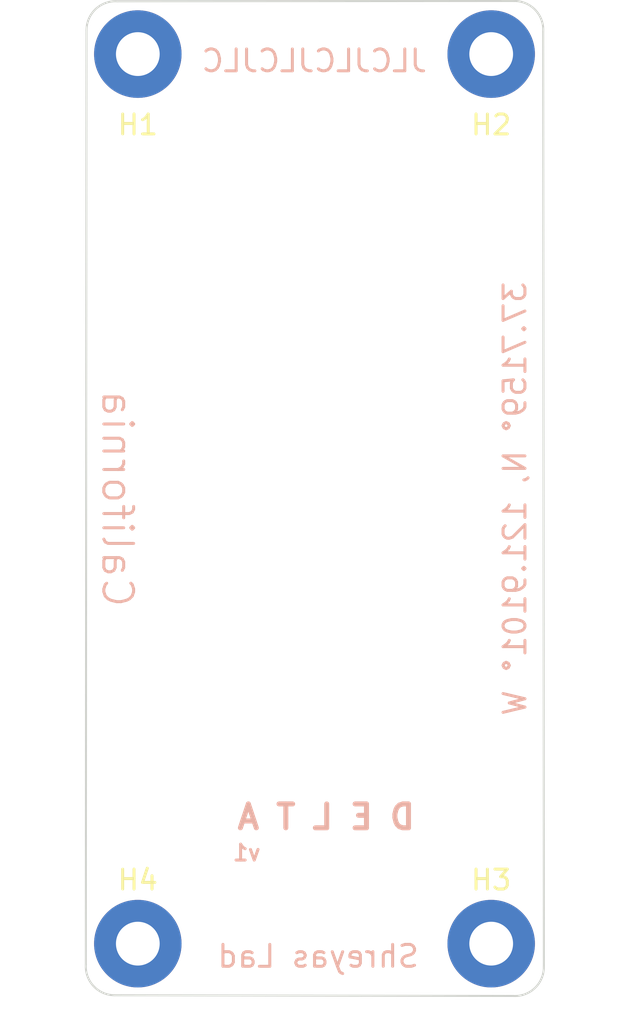
<source format=kicad_pcb>
(kicad_pcb (version 20211014) (generator pcbnew)
  (layers (0 "F.Cu" signal) (31 "B.Cu" signal) (34 "B.Paste" user) (35 "F.Paste" user) (36 "B.SilkS" user "B.Silkscreen") (37 "F.SilkS" user "F.Silkscreen") (38 "B.Mask" user) (39 "F.Mask" user) (44 "Edge.Cuts" user))
  (net 0 "")
  (net 3 "unconnected-(H3-Pad1)")
  (footprint "MountingHole:MountingHole_2.2mm_M2_Pad" (layer "F.Cu") (at 128.524 118.364)
    (fp_text reference "H4" (at 0 -3.2) (layer "F.SilkS"))
    (fp_text value "MountingHole_Pad")
    (pad "1" thru_hole circle (at 0 0) (size 4.4 4.4) (drill 2.2) (layers *.Cu *.Mask))
  )
  (footprint "MountingHole:MountingHole_2.2mm_M2_Pad" (layer "F.Cu") (at 146.304 73.66)
    (fp_text reference "H2" (at 0 3.556) (layer "F.SilkS"))
    (fp_text value "MountingHole_Pad")
    (pad "1" thru_hole circle (at 0 0) (size 4.4 4.4) (drill 2.2) (layers *.Cu *.Mask))
  )
  (footprint "MountingHole:MountingHole_2.2mm_M2_Pad" (layer "F.Cu") (at 128.524 73.66)
    (fp_text reference "H1" (at 0 3.556) (layer "F.SilkS"))
    (fp_text value "MountingHole_Pad")
    (pad "1" thru_hole circle (at 0 0) (size 4.4 4.4) (drill 2.2) (layers *.Cu *.Mask))
  )
  (footprint "MountingHole:MountingHole_2.2mm_M2_Pad" (layer "F.Cu") (at 146.304 118.364)
    (fp_text reference "H3" (at 0 -3.2) (layer "F.SilkS"))
    (fp_text value "MountingHole_Pad")
    (pad "1" thru_hole circle (at 0 0) (size 4.4 4.4) (drill 2.2) (layers *.Cu *.Mask) (net 3 "unconnected-(H3-Pad1)"))
  )
  (gr_line (start 148.954 119.540909) (end 148.92219 72.535094) (layer "Edge.Cuts") (width 0.1))
  (gr_arc (start 148.954 119.540909) (mid 148.496214 120.6) (end 147.41112 120.99219) (layer "Edge.Cuts") (width 0.1))
  (gr_arc (start 147.470909 70.992214) (mid 148.53 71.45) (end 148.92219 72.535094) (layer "Edge.Cuts") (width 0.1))
  (gr_line (start 127.359091 120.957786) (end 147.41112 120.99219) (layer "Edge.Cuts") (width 0.1))
  (gr_arc (start 125.942214 72.459091) (mid 126.4 71.4) (end 127.485094 71.00781) (layer "Edge.Cuts") (width 0.1))
  (gr_arc (start 127.359091 120.957786) (mid 126.3 120.5) (end 125.90781 119.414906) (layer "Edge.Cuts") (width 0.1))
  (gr_line (start 147.470909 70.992214) (end 127.485094 71.00781) (layer "Edge.Cuts") (width 0.1))
  (gr_line (start 125.942214 72.459091) (end 125.90781 119.414906) (layer "Edge.Cuts") (width 0.1))
  (gr_text "Shreyas Lad" (at 137.6 119) (layer "B.SilkS") (effects (font (size 1.1 1.1)) (justify mirror)))
  (gr_text "D E L T A" (at 138 112) (layer "B.SilkS") (effects (font (size 1.2 1.2) (thickness 0.25)) (justify mirror)))
  (gr_text "v1" (at 134 113.8) (layer "B.SilkS") (effects (font (size 0.8 0.8)) (justify mirror)))
  (gr_text "JLCJLCJLCJLC" (at 137.4 74) (layer "B.SilkS") (effects (font (size 1.1 1.1)) (justify mirror)))
  (gr_text "California" (at 127.5 96 -90) (layer "B.SilkS") (effects (font (size 1.5 1.5)) (justify mirror)))
  (gr_text "37.7159° N, 121.9101° W" (at 147.5 96 90) (layer "B.SilkS") (effects (font (size 1.1 1.1)) (justify mirror)))
  (segment (start 146.304 118.364) (end 146.304 118.872) (width 0.25) (layer "B.Cu") (net 3))
)
</source>
